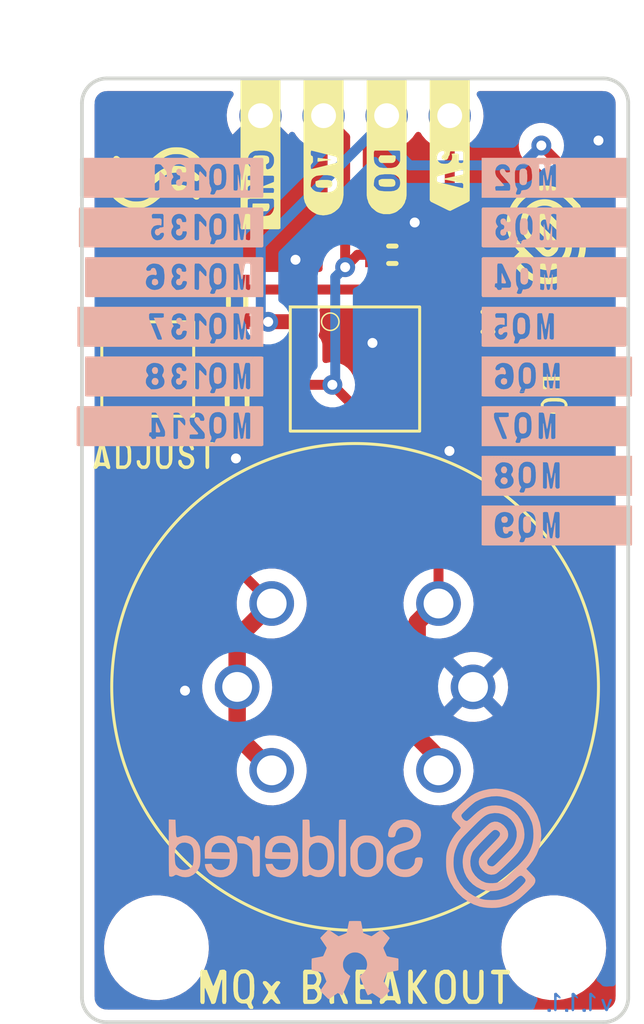
<source format=kicad_pcb>
(kicad_pcb (version 20211014) (generator pcbnew)
  (title_block (title "Alcohol, Ethanol sensor MQ3 breakout") (date "2021-09-13") (rev "v1.1.1.") (company "SOLDERED") (comment 1 "333103"))
  (layers (0 "F.Cu" signal) (31 "B.Cu" signal) (34 "B.Paste" user) (35 "F.Paste" user) (36 "B.SilkS" user "B.Silkscreen") (37 "F.SilkS" user "F.Silkscreen") (38 "B.Mask" user) (39 "F.Mask" user) (44 "Edge.Cuts" user))
  (net 0 "")
  (net 1 "GND")
  (net 2 "5V")
  (net 3 "Net-(D1-Pad1)")
  (net 4 "D0")
  (net 5 "AO")
  (net 6 "POT")
  (footprint "e-radionica.com footprinti:0603R" (layer "F.Cu") (at 103.5 99.1 180)
    (fp_text reference "R1")
    (fp_text value "10k")
    (pad "1" smd rect locked (at -0.775 0 270) (size 1 0.64) (layers "F.Cu" "F.Paste" "F.Mask") (net 1 "GND"))
    (pad "2" smd rect locked (at 0.775 0 270) (size 1 0.64) (layers "F.Cu" "F.Paste" "F.Mask") (net 5 "AO"))
  )
  (footprint "buzzardLabel" (layer "F.Cu") (at 100.73 91.6 -90)
    (fp_text reference "" (at 0 0 90) (layer "F.SilkS") (effects (font (size 1.27 1.27))))
    (fp_text value "" (at 0 0 90) (layer "F.SilkS") (effects (font (size 1.27 1.27))))
  )
  (footprint "Soldered Graphics:Logo-Back-SolderedFULL-15mm" (layer "F.Cu") (at 102 123)
    (fp_text reference "REF**" hide)
    (fp_text value "Logo-Front-SolderedFULL-15mm" hide)
  )
  (footprint "e-radionica.com footprinti:MQ" (layer "F.Cu") (at 102 116.5)
    (fp_text reference "U1")
    (fp_text value "MQ-X")
    (pad "1" thru_hole circle locked (at -3.358757 -3.358757) (size 1.8 1.8) (drill 1.2) (layers *.Cu *.Mask) (net 2 "5V"))
    (pad "2" thru_hole circle locked (at -4.75 0) (size 1.8 1.8) (drill 1.2) (layers *.Cu *.Mask) (net 2 "5V"))
    (pad "3" thru_hole circle locked (at -3.358757 3.358757) (size 1.8 1.8) (drill 1.2) (layers *.Cu *.Mask) (net 2 "5V"))
    (pad "4" thru_hole circle locked (at 3.358757 3.358757) (size 1.8 1.8) (drill 1.2) (layers *.Cu *.Mask) (net 5 "AO"))
    (pad "5" thru_hole circle locked (at 4.75 0) (size 1.8 1.8) (drill 1.2) (layers *.Cu *.Mask) (net 1 "GND"))
    (pad "6" thru_hole circle locked (at 3.358757 -3.358757) (size 1.8 1.8) (drill 1.2) (layers *.Cu *.Mask) (net 5 "AO"))
  )
  (footprint "e-radionica.com footprinti:0402LED" (layer "F.Cu") (at 111.5 104.7625 -90)
    (fp_text reference "D1")
    (fp_text value "purple")
    (pad "1" smd rect locked (at -0.55 0) (size 0.75 0.45) (layers "F.Cu" "F.Paste" "F.Mask") (net 3 "Net-(D1-Pad1)"))
    (pad "2" smd rect locked (at 0.55 0) (size 0.75 0.45) (layers "F.Cu" "F.Paste" "F.Mask") (net 1 "GND"))
  )
  (footprint "buzzardLabel" (layer "F.Cu") (at 102 128.6)
    (fp_text reference "" (at 0 0) (layer "F.SilkS") (effects (font (size 1.27 1.27))))
    (fp_text value "" (at 0 0) (layer "F.SilkS") (effects (font (size 1.27 1.27))))
  )
  (footprint "e-radionica.com footprinti:FIDUCIAL_23" (layer "F.Cu") (at 102 122.6)
    (fp_text reference "FD1")
    (fp_text value "FIDUCIAL")
    (fp_circle (center 0 0) (end 1 0) (layer "F.Cu") (width 0.2) (fill none))
    (pad "1" smd circle (at 0 0) (size 1 1) (layers "F.Cu" "F.Paste" "F.Mask") (clearance 1.1))
  )
  (footprint "buzzardLabel" (layer "F.Cu") (at 105.81 91.6 -90)
    (fp_text reference "" (at 0 0 90) (layer "F.SilkS") (effects (font (size 1.27 1.27))))
    (fp_text value "" (at 0 0 90) (layer "F.SilkS") (effects (font (size 1.27 1.27))))
  )
  (footprint "buzzardLabel" (layer "F.Cu") (at 110 104.76 -90)
    (fp_text reference "" (at 0 0 90) (layer "F.SilkS") (effects (font (size 1.27 1.27))))
    (fp_text value "" (at 0 0 90) (layer "F.SilkS") (effects (font (size 1.27 1.27))))
  )
  (footprint "buzzardLabel" (layer "F.Cu") (at 103.27 91.6 -90)
    (fp_text reference "" (at 0 0 90) (layer "F.SilkS") (effects (font (size 1.27 1.27))))
    (fp_text value "" (at 0 0 90) (layer "F.SilkS") (effects (font (size 1.27 1.27))))
  )
  (footprint "e-radionica.com footprinti:tc33x-2-103e" (layer "F.Cu") (at 93.65 103.7)
    (fp_text reference "R2")
    (fp_text value "TC33X-2-103E")
    (pad "1" smd rect (at -1 1.8) (size 1.2 1.2) (layers "F.Cu" "F.Paste" "F.Mask") (net 2 "5V"))
    (pad "2" smd rect (at 0 -1.45) (size 1.6 1.5) (layers "F.Cu" "F.Paste" "F.Mask") (net 6 "POT"))
    (pad "3" smd rect (at 1 1.8) (size 1.2 1.2) (layers "F.Cu" "F.Paste" "F.Mask") (net 1 "GND"))
  )
  (footprint "Soldered Graphics:Symbol-Front-Air-Quality" (layer "F.Cu") (at 94 96)
    (fp_text reference "G***" hide)
    (fp_text value "LOGO" hide)
  )
  (footprint "e-radionica.com footprinti:0603C" (layer "F.Cu") (at 97.25 104.95 90)
    (fp_text reference "C1")
    (fp_text value "0.1uF")
    (pad "1" smd rect locked (at -0.73 0 90) (size 0.66 1) (layers "F.Cu" "F.Paste" "F.Mask") (net 1 "GND"))
    (pad "2" smd rect locked (at 0.73 0 90) (size 0.66 1) (layers "F.Cu" "F.Paste" "F.Mask") (net 5 "AO"))
  )
  (footprint "Soldered Graphics:Logo-Back-OSH-3.5mm" (layer "F.Cu") (at 102 127.5)
    (fp_text reference "G***" hide)
    (fp_text value "LOGO" hide)
  )
  (footprint "e-radionica.com footprinti:HOLE_3.2mm" (layer "F.Cu") (at 94 127)
    (fp_text reference "H2" hide)
    (fp_text value "HOLE_3.2mm" hide)
    (pad "" np_thru_hole circle locked (at 0 0) (size 3.2 3.2) (drill 3.2) (layers F&B.Cu *.Mask))
  )
  (footprint "e-radionica.com footprinti:0402R" (layer "F.Cu") (at 111.5 102.2 -90)
    (fp_text reference "R4")
    (fp_text value "2k2")
    (pad "1" smd rect locked (at -0.5 0) (size 0.64 0.54) (layers "F.Cu" "F.Paste" "F.Mask") (net 4 "D0"))
    (pad "2" smd rect locked (at 0.5 0) (size 0.64 0.54) (layers "F.Cu" "F.Paste" "F.Mask") (net 3 "Net-(D1-Pad1)"))
  )
  (footprint "buzzardLabel" (layer "F.Cu") (at 93.9 107.2)
    (fp_text reference "" (at 0 0) (layer "F.SilkS") (effects (font (size 1.27 1.27))))
    (fp_text value "" (at 0 0) (layer "F.SilkS") (effects (font (size 1.27 1.27))))
  )
  (footprint "e-radionica.com footprinti:HOLE_3.2mm" (layer "F.Cu") (at 110 127)
    (fp_text reference "H1" hide)
    (fp_text value "HOLE_3.2mm" hide)
    (pad "" np_thru_hole circle locked (at 0 0) (size 3.2 3.2) (drill 3.2) (layers F&B.Cu *.Mask))
  )
  (footprint "e-radionica.com footprinti:0603C" (layer "F.Cu") (at 107.35 101.8 180)
    (fp_text reference "C2")
    (fp_text value "0.1uF")
    (pad "1" smd rect locked (at -0.73 0 180) (size 0.66 1) (layers "F.Cu" "F.Paste" "F.Mask") (net 1 "GND"))
    (pad "2" smd rect locked (at 0.73 0 180) (size 0.66 1) (layers "F.Cu" "F.Paste" "F.Mask") (net 2 "5V"))
  )
  (footprint "Soldered Graphics:Logo-Front-Soldered-4mm" (layer "F.Cu") (at 109.7 98.3)
    (fp_text reference "G***" hide)
    (fp_text value "LOGO" hide)
  )
  (footprint "e-radionica.com footprinti:0603R" (layer "F.Cu") (at 97.25 101 90)
    (fp_text reference "R3")
    (fp_text value "10k")
    (pad "1" smd rect locked (at -0.775 0 180) (size 1 0.64) (layers "F.Cu" "F.Paste" "F.Mask") (net 4 "D0"))
    (pad "2" smd rect locked (at 0.775 0 180) (size 1 0.64) (layers "F.Cu" "F.Paste" "F.Mask") (net 2 "5V"))
  )
  (footprint "e-radionica.com footprinti:SOIC−8" (layer "F.Cu") (at 102 103.7)
    (fp_text reference "U2")
    (fp_text value "LM393")
    (pad "1" smd rect locked (at -2.7 -1.905) (size 1.55 0.6) (layers "F.Cu" "F.Paste" "F.Mask") (net 4 "D0"))
    (pad "2" smd rect locked (at -2.6 -0.635) (size 1.55 0.6) (layers "F.Cu" "F.Paste" "F.Mask") (net 6 "POT"))
    (pad "3" smd rect locked (at -2.6 0.635) (size 1.55 0.6) (layers "F.Cu" "F.Paste" "F.Mask") (net 5 "AO"))
    (pad "4" smd rect locked (at -2.6 1.905) (size 1.55 0.6) (layers "F.Cu" "F.Paste" "F.Mask") (net 1 "GND"))
    (pad "5" smd rect locked (at 2.6 1.905) (size 1.55 0.6) (layers "F.Cu" "F.Paste" "F.Mask"))
    (pad "6" smd rect locked (at 2.6 0.635) (size 1.55 0.6) (layers "F.Cu" "F.Paste" "F.Mask"))
    (pad "7" smd rect locked (at 2.6 -0.635) (size 1.55 0.6) (layers "F.Cu" "F.Paste" "F.Mask"))
    (pad "8" smd rect locked (at 2.6 -1.905) (size 1.55 0.6) (layers "F.Cu" "F.Paste" "F.Mask") (net 2 "5V"))
  )
  (footprint "buzzardLabel" (layer "F.Cu") (at 98.19 91.6 -90)
    (fp_text reference "" (at 0 0 90) (layer "F.SilkS") (effects (font (size 1.27 1.27))))
    (fp_text value "" (at 0 0 90) (layer "F.SilkS") (effects (font (size 1.27 1.27))))
  )
  (footprint "buzzardLabel" (layer "B.Cu") (at 98.7 96 180)
    (fp_text reference "" (at 0 0) (layer "B.SilkS") (effects (font (size 1.27 1.27)) (justify mirror)))
    (fp_text value "" (at 0 0) (layer "B.SilkS") (effects (font (size 1.27 1.27)) (justify mirror)))
  )
  (footprint "buzzardLabel" (layer "B.Cu") (at 106.7 98 180)
    (fp_text reference "" (at 0 0) (layer "B.SilkS") (effects (font (size 1.27 1.27)) (justify mirror)))
    (fp_text value "" (at 0 0) (layer "B.SilkS") (effects (font (size 1.27 1.27)) (justify mirror)))
  )
  (footprint "buzzardLabel" (layer "B.Cu") (at 98.7 104 180)
    (fp_text reference "" (at 0 0) (layer "B.SilkS") (effects (font (size 1.27 1.27)) (justify mirror)))
    (fp_text value "" (at 0 0) (layer "B.SilkS") (effects (font (size 1.27 1.27)) (justify mirror)))
  )
  (footprint "buzzardLabel" (layer "B.Cu") (at 106.7 110 180)
    (fp_text reference "" (at 0 0) (layer "B.SilkS") (effects (font (size 1.27 1.27)) (justify mirror)))
    (fp_text value "" (at 0 0) (layer "B.SilkS") (effects (font (size 1.27 1.27)) (justify mirror)))
  )
  (footprint "buzzardLabel" (layer "B.Cu") (at 106.7 108 180)
    (fp_text reference "" (at 0 0) (layer "B.SilkS") (effects (font (size 1.27 1.27)) (justify mirror)))
    (fp_text value "" (at 0 0) (layer "B.SilkS") (effects (font (size 1.27 1.27)) (justify mirror)))
  )
  (footprint "buzzardLabel" (layer "B.Cu") (at 106.7 104 180)
    (fp_text reference "" (at 0 0) (layer "B.SilkS") (effects (font (size 1.27 1.27)) (justify mirror)))
    (fp_text value "" (at 0 0) (layer "B.SilkS") (effects (font (size 1.27 1.27)) (justify mirror)))
  )
  (footprint "buzzardLabel" (layer "B.Cu") (at 106.7 96 180)
    (fp_text reference "" (at 0 0) (layer "B.SilkS") (effects (font (size 1.27 1.27)) (justify mirror)))
    (fp_text value "" (at 0 0) (layer "B.SilkS") (effects (font (size 1.27 1.27)) (justify mirror)))
  )
  (footprint "buzzardLabel" (layer "B.Cu") (at 98.7 100 180)
    (fp_text reference "" (at 0 0) (layer "B.SilkS") (effects (font (size 1.27 1.27)) (justify mirror)))
    (fp_text value "" (at 0 0) (layer "B.SilkS") (effects (font (size 1.27 1.27)) (justify mirror)))
  )
  (footprint "buzzardLabel" (layer "B.Cu") (at 106.7 106 180)
    (fp_text reference "" (at 0 0) (layer "B.SilkS") (effects (font (size 1.27 1.27)) (justify mirror)))
    (fp_text value "" (at 0 0) (layer "B.SilkS") (effects (font (size 1.27 1.27)) (justify mirror)))
  )
  (footprint "Soldered Graphics:Version1.1.1." (layer "B.Cu") (at 111 129.2 180)
    (fp_text reference "REF**" hide)
    (fp_text value "Version1.1.1." hide)
    (fp_poly (pts (xy 0.21 -0.35) (xy 0.26 -0.35) (xy 0.28 -0.31) (xy 0.28 0.35) (xy 0.24 0.38) (xy 0.19 0.38) (xy 0.15 0.34) (xy 0.04 0.22) (xy 0.02 0.17) (xy 0.05 0.16) (xy 0.14 0.22) (xy 0.18 0.23) (xy 0.18 -0.31) (xy 0.21 -0.35)) (layer "B.Cu") (width 0.01) (fill solid))
    (fp_poly (pts (xy 0.91 -0.35) (xy 0.96 -0.35) (xy 0.98 -0.31) (xy 0.98 0.35) (xy 0.95 0.38) (xy 0.89 0.38) (xy 0.86 0.34) (xy 0.74 0.22) (xy 0.73 0.17) (xy 0.76 0.16) (xy 0.85 0.22) (xy 0.89 0.23) (xy 0.89 -0.31) (xy 0.91 -0.35)) (layer "B.Cu") (width 0.01) (fill solid))
    (fp_poly (pts (xy 1.14 -0.38) (xy 1.19 -0.38) (xy 1.24 -0.37) (xy 1.25 -0.33) (xy 1.25 -0.27) (xy 1.2 -0.26) (xy 1.15 -0.26) (xy 1.12 -0.29) (xy 1.12 -0.34) (xy 1.14 -0.38)) (layer "B.Cu") (width 0.01) (fill solid))
    (fp_poly (pts (xy 0.43 -0.38) (xy 0.48 -0.38) (xy 0.54 -0.37) (xy 0.54 -0.33) (xy 0.54 -0.27) (xy 0.5 -0.26) (xy 0.45 -0.26) (xy 0.42 -0.29) (xy 0.42 -0.34) (xy 0.43 -0.38)) (layer "B.Cu") (width 0.01) (fill solid))
    (fp_poly (pts (xy -1.15 -0.35) (xy -1.1 -0.35) (xy -1.07 -0.31) (xy -0.92 0.1) (xy -0.94 0.13) (xy -0.99 0.13) (xy -1.02 0.1) (xy -1.11 -0.16) (xy -1.13 -0.21) (xy -1.15 -0.17) (xy -1.24 0.09) (xy -1.26 0.13) (xy -1.32 0.13) (xy -1.34 0.1) (xy -1.18 -0.31) (xy -1.15 -0.35)) (layer "B.Cu") (width 0.01) (fill solid))
    (fp_poly (pts (xy -0.27 -0.38) (xy -0.22 -0.38) (xy -0.17 -0.37) (xy -0.16 -0.33) (xy -0.16 -0.27) (xy -0.21 -0.26) (xy -0.26 -0.26) (xy -0.29 -0.29) (xy -0.29 -0.34) (xy -0.27 -0.38)) (layer "B.Cu") (width 0.01) (fill solid))
    (fp_poly (pts (xy -0.5 -0.35) (xy -0.44 -0.35) (xy -0.43 -0.31) (xy -0.43 0.35) (xy -0.46 0.38) (xy -0.52 0.38) (xy -0.55 0.34) (xy -0.67 0.22) (xy -0.68 0.17) (xy -0.65 0.16) (xy -0.56 0.22) (xy -0.52 0.23) (xy -0.52 -0.31) (xy -0.5 -0.35)) (layer "B.Cu") (width 0.01) (fill solid))
  )
  (footprint "buzzardLabel" (layer "B.Cu") (at 106.7 100 180)
    (fp_text reference "" (at 0 0) (layer "B.SilkS") (effects (font (size 1.27 1.27)) (justify mirror)))
    (fp_text value "" (at 0 0) (layer "B.SilkS") (effects (font (size 1.27 1.27)) (justify mirror)))
  )
  (footprint "buzzardLabel" (layer "B.Cu") (at 106.7 102 180)
    (fp_text reference "" (at 0 0) (layer "B.SilkS") (effects (font (size 1.27 1.27)) (justify mirror)))
    (fp_text value "" (at 0 0) (layer "B.SilkS") (effects (font (size 1.27 1.27)) (justify mirror)))
  )
  (footprint "e-radionica.com footprinti:HEADER_MALE_4X1" (layer "B.Cu") (at 102 93.5)
    (fp_text reference "K1")
    (fp_text value "HEADER_MALE_4X1")
    (pad "1" thru_hole circle locked (at -3.81 0) (size 1.7 1.7) (drill 1) (layers *.Cu *.Mask) (net 1 "GND"))
    (pad "2" thru_hole circle locked (at -1.27 0) (size 1.7 1.7) (drill 1) (layers *.Cu *.Mask) (net 5 "AO"))
    (pad "3" thru_hole circle locked (at 1.27 0) (size 1.7 1.7) (drill 1) (layers *.Cu *.Mask) (net 4 "D0"))
    (pad "4" thru_hole circle locked (at 3.81 0) (size 1.7 1.7) (drill 1) (layers *.Cu *.Mask) (net 2 "5V"))
  )
  (footprint "buzzardLabel" (layer "B.Cu") (at 98.7 98 180)
    (fp_text reference "" (at 0 0) (layer "B.SilkS") (effects (font (size 1.27 1.27)) (justify mirror)))
    (fp_text value "" (at 0 0) (layer "B.SilkS") (effects (font (size 1.27 1.27)) (justify mirror)))
  )
  (footprint "buzzardLabel" (layer "B.Cu") (at 98.7 106 180)
    (fp_text reference "" (at 0 0) (layer "B.SilkS") (effects (font (size 1.27 1.27)) (justify mirror)))
    (fp_text value "" (at 0 0) (layer "B.SilkS") (effects (font (size 1.27 1.27)) (justify mirror)))
  )
  (footprint "buzzardLabel" (layer "B.Cu") (at 98.7 102 180)
    (fp_text reference "" (at 0 0) (layer "B.SilkS") (effects (font (size 1.27 1.27)) (justify mirror)))
    (fp_text value "" (at 0 0) (layer "B.SilkS") (effects (font (size 1.27 1.27)) (justify mirror)))
  )
  (gr_arc (start 91.999997 130.000003) (mid 91.292891 129.707108) (end 91 129) (layer "Edge.Cuts") (width 0.15))
  (gr_line (start 92 130) (end 112 130) (layer "Edge.Cuts") (width 0.15))
  (gr_line (start 91 93) (end 91 129) (layer "Edge.Cuts") (width 0.15))
  (gr_arc (start 112.000003 91.999997) (mid 112.707109 92.292892) (end 113 93) (layer "Edge.Cuts") (width 0.15))
  (gr_arc (start 90.999997 92.999997) (mid 91.292892 92.292891) (end 92 92) (layer "Edge.Cuts") (width 0.15))
  (gr_arc (start 113.000001 129.000002) (mid 112.707106 129.707106) (end 112 129.999997) (layer "Edge.Cuts") (width 0.15))
  (gr_line (start 112 92) (end 92 92) (layer "Edge.Cuts") (width 0.15))
  (gr_line (start 113 129) (end 113 93) (layer "Edge.Cuts") (width 0.15))
  (via (at 97.2 107.3) (size 0.8) (drill 0.4) (layers "F.Cu" "B.Cu") (net 1))
  (via (at 105.8 107) (size 0.8) (drill 0.4) (layers "F.Cu" "B.Cu") (net 1))
  (via (at 111.8 94.5) (size 0.8) (drill 0.4) (layers "F.Cu" "B.Cu") (net 1))
  (via (at 95.15 116.65) (size 0.8) (drill 0.4) (layers "F.Cu" "B.Cu") (net 1))
  (via (at 99.6 99.3) (size 0.8) (drill 0.4) (layers "F.Cu" "B.Cu") (net 1))
  (via (at 104.4 97.8) (size 0.8) (drill 0.4) (layers "F.Cu" "B.Cu") (net 1))
  (via (at 102.7 102.65) (size 0.8) (drill 0.4) (layers "F.Cu" "B.Cu") (net 1))
  (segment (start 92.825 100.225) (end 92.4 100.65) (width 0.4) (layer "F.Cu") (net 2))
  (segment (start 98.641243 113.141243) (end 97.25 114.532486) (width 0.7) (layer "F.Cu") (net 2))
  (segment (start 105.81 100.585) (end 104.6 101.795) (width 0.4) (layer "F.Cu") (net 2))
  (segment (start 105.81 93.5) (end 105.81 100.585) (width 0.4) (layer "F.Cu") (net 2))
  (segment (start 97.25 100.225) (end 92.825 100.225) (width 0.4) (layer "F.Cu") (net 2))
  (segment (start 92.65 107.15) (end 98.641243 113.141243) (width 0.4) (layer "F.Cu") (net 2))
  (segment (start 97.25 100.225) (end 97.525 100.5) (width 0.4) (layer "F.Cu") (net 2))
  (segment (start 92.4 105.25) (end 92.65 105.5) (width 0.4) (layer "F.Cu") (net 2))
  (segment (start 92.65 105.5) (end 92.65 107.15) (width 0.4) (layer "F.Cu") (net 2))
  (segment (start 104.605 101.8) (end 104.6 101.795) (width 0.4) (layer "F.Cu") (net 2))
  (segment (start 106.62 101.8) (end 104.605 101.8) (width 0.4) (layer "F.Cu") (net 2))
  (segment (start 92.4 100.65) (end 92.4 105.25) (width 0.4) (layer "F.Cu") (net 2))
  (segment (start 97.25 114.532486) (end 97.25 118.467514) (width 0.7) (layer "F.Cu") (net 2))
  (segment (start 97.525 100.5) (end 103.305 100.5) (width 0.4) (layer "F.Cu") (net 2))
  (segment (start 97.25 118.467514) (end 98.641243 119.858757) (width 0.7) (layer "F.Cu") (net 2))
  (segment (start 103.305 100.5) (end 104.6 101.795) (width 0.4) (layer "F.Cu") (net 2))
  (segment (start 111.5 104.2125) (end 111.5 102.7) (width 0.4) (layer "F.Cu") (net 3))
  (segment (start 109.5 94.7) (end 110.5 95.7) (width 0.4) (layer "F.Cu") (net 4))
  (segment (start 98.475 101.775) (end 97.25 101.775) (width 0.4) (layer "F.Cu") (net 4))
  (segment (start 110.5 100.7) (end 111.5 101.7) (width 0.4) (layer "F.Cu") (net 4))
  (segment (start 110.5 95.7) (end 110.5 100.7) (width 0.4) (layer "F.Cu") (net 4))
  (segment (start 97.27 101.795) (end 97.25 101.775) (width 0.4) (layer "F.Cu") (net 4))
  (segment (start 99.3 101.795) (end 97.27 101.795) (width 0.4) (layer "F.Cu") (net 4))
  (segment (start 98.5 101.8) (end 98.475 101.775) (width 0.4) (layer "F.Cu") (net 4))
  (via (at 109.5 94.7) (size 0.8) (drill 0.4) (layers "F.Cu" "B.Cu") (net 4))
  (via (at 98.5 101.8) (size 0.8) (drill 0.4) (layers "F.Cu" "B.Cu") (net 4))
  (segment (start 108.7 95.5) (end 104.2 95.5) (width 0.4) (layer "B.Cu") (net 4))
  (segment (start 98.2 101.5) (end 98.2 98.7) (width 0.4) (layer "B.Cu") (net 4))
  (segment (start 103.27 94.57) (end 103.27 93.5) (width 0.4) (layer "B.Cu") (net 4))
  (segment (start 98.2 98.7) (end 103.27 93.63) (width 0.4) (layer "B.Cu") (net 4))
  (segment (start 109.5 94.7) (end 108.7 95.5) (width 0.4) (layer "B.Cu") (net 4))
  (segment (start 98.5 101.8) (end 98.2 101.5) (width 0.4) (layer "B.Cu") (net 4))
  (segment (start 103.27 93.63) (end 103.27 93.5) (width 0.4) (layer "B.Cu") (net 4))
  (segment (start 104.2 95.5) (end 103.27 94.57) (width 0.4) (layer "B.Cu") (net 4))
  (segment (start 105.3 113.1) (end 104.5 113.9) (width 0.7) (layer "F.Cu") (net 5))
  (segment (start 101.6 99.6) (end 101.6 94.37) (width 0.4) (layer "F.Cu") (net 5))
  (segment (start 105.358757 113.041243) (end 105.358757 108.608757) (width 0.4) (layer "F.Cu") (net 5))
  (segment (start 101.6 94.37) (end 100.73 93.5) (width 0.4) (layer "F.Cu") (net 5))
  (segment (start 104.5 118.5) (end 105.358757 119.358757) (width 0.7) (layer "F.Cu") (net 5))
  (segment (start 104.5 113.9) (end 104.5 118.5) (width 0.7) (layer "F.Cu") (net 5))
  (segment (start 102.1 99.1) (end 102.725 99.1) (width 0.4) (layer "F.Cu") (net 5))
  (segment (start 101.6 99.6) (end 102.1 99.1) (width 0.4) (layer "F.Cu") (net 5))
  (segment (start 105.3 113.1) (end 105.358757 113.041243) (width 0.4) (layer "F.Cu") (net 5))
  (segment (start 105.358757 108.608757) (end 101.085 104.335) (width 0.4) (layer "F.Cu") (net 5))
  (segment (start 97.365 104.335) (end 97.25 104.22) (width 0.4) (layer "F.Cu") (net 5))
  (segment (start 99.4 104.335) (end 101.085 104.335) (width 0.4) (layer "F.Cu") (net 5))
  (segment (start 99.4 104.335) (end 97.365 104.335) (width 0.4) (layer "F.Cu") (net 5))
  (via (at 101.085 104.335) (size 0.8) (drill 0.4) (layers "F.Cu" "B.Cu") (net 5))
  (via (at 101.6 99.6) (size 0.8) (drill 0.4) (layers "F.Cu" "B.Cu") (net 5))
  (segment (start 101.6 99.6) (end 101.2 100) (width 0.4) (layer "B.Cu") (net 5))
  (segment (start 101.2 100) (end 101.2 104.22) (width 0.4) (layer "B.Cu") (net 5))
  (segment (start 101.2 104.22) (end 101.085 104.335) (width 0.4) (layer "B.Cu") (net 5))
  (segment (start 99.4 103.065) (end 95.865 103.065) (width 0.4) (layer "F.Cu") (net 6))
  (segment (start 95.05 102.25) (end 93.65 102.25) (width 0.4) (layer "F.Cu") (net 6))
  (segment (start 95.865 103.065) (end 95.05 102.25) (width 0.4) (layer "F.Cu") (net 6))
  (zone (net 1) (net_name "GND") (layer "F.Cu") (connect_pads (clearance 0.508)) (min_thickness 0.254) (fill yes (thermal_gap 0.508) (thermal_bridge_width 0.508))
    (polygon (pts (xy 113 130) (xy 91 130) (xy 91 92) (xy 113 92)))
  )
  (zone (net 1) (net_name "GND") (layer "B.Cu") (connect_pads (clearance 0.508)) (min_thickness 0.254) (fill yes (thermal_gap 0.508) (thermal_bridge_width 0.508))
    (polygon (pts (xy 113 130) (xy 91 130) (xy 91 92) (xy 113 92)))
  )
)
</source>
